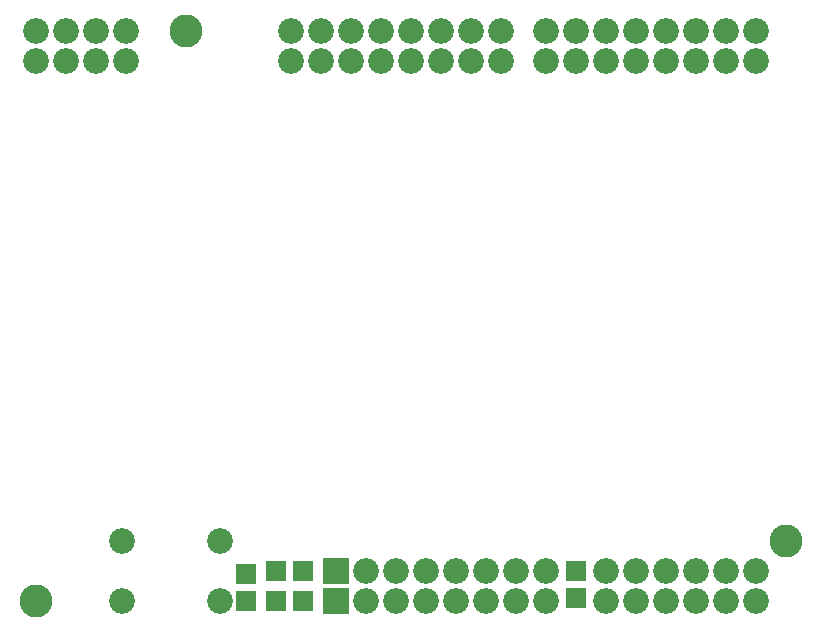
<source format=gbr>
G04 GERBER ASCII OUTPUT FROM: EDWINXP (VER. 1.61 REV. 20080915)*
G04 GERBER FORMAT: RX-274-X*
G04 BOARD: AMICUS - SOLDERBOARD*
G04 ARTWORK OF COMP.MASK POSITIVE*
%ASAXBY*%
%FSLAX23Y23*%
%MIA0B0*%
%MOIN*%
%OFA0.0000B0.0000*%
%SFA1B1*%
%IJA0B0*%
%INLAYER1POS*%
%IOA0B0*%
%IPPOS*%
%IR0*%
G04 APERTURE MACROS*
%AMEDWDONUT*
1,1,$1,$2,$3*
1,0,$4,$2,$3*
%
%AMEDWFRECT*
20,1,$1,$2,$3,$4,$5,$6*
%
%AMEDWORECT*
20,1,$1,$2,$3,$4,$5,$10*
20,1,$1,$4,$5,$6,$7,$10*
20,1,$1,$6,$7,$8,$9,$10*
20,1,$1,$8,$9,$2,$3,$10*
1,1,$1,$2,$3*
1,1,$1,$4,$5*
1,1,$1,$6,$7*
1,1,$1,$8,$9*
%
%AMEDWLINER*
20,1,$1,$2,$3,$4,$5,$6*
1,1,$1,$2,$3*
1,1,$1,$4,$5*
%
%AMEDWFTRNG*
4,1,3,$1,$2,$3,$4,$5,$6,$7,$8,$9*
%
%AMEDWATRNG*
4,1,3,$1,$2,$3,$4,$5,$6,$7,$8,$9*
20,1,$11,$1,$2,$3,$4,$10*
20,1,$11,$3,$4,$5,$6,$10*
20,1,$11,$5,$6,$7,$8,$10*
1,1,$11,$3,$4*
1,1,$11,$5,$6*
1,1,$11,$7,$8*
%
%AMEDWOTRNG*
20,1,$1,$2,$3,$4,$5,$8*
20,1,$1,$4,$5,$6,$7,$8*
20,1,$1,$6,$7,$2,$3,$8*
1,1,$1,$2,$3*
1,1,$1,$4,$5*
1,1,$1,$6,$7*
%
G04*
G04 APERTURE LIST*
%ADD10R,0.0700X0.0650*%
%ADD11R,0.0940X0.0890*%
%ADD12R,0.0600X0.0550*%
%ADD13R,0.0840X0.0790*%
%ADD14R,0.0650X0.0700*%
%ADD15R,0.0890X0.0940*%
%ADD16R,0.0550X0.0600*%
%ADD17R,0.0790X0.0840*%
%ADD18R,0.0860X0.0860*%
%ADD19R,0.1100X0.1100*%
%ADD20R,0.0700X0.0700*%
%ADD21R,0.0940X0.0940*%
%ADD22C,0.00039*%
%ADD24C,0.0010*%
%ADD26C,0.00118*%
%ADD28C,0.0020*%
%ADD29R,0.0020X0.0020*%
%ADD30C,0.0030*%
%ADD31R,0.0030X0.0030*%
%ADD32C,0.0040*%
%ADD33R,0.0040X0.0040*%
%ADD34C,0.00472*%
%ADD36C,0.0050*%
%ADD37R,0.0050X0.0050*%
%ADD38C,0.00512*%
%ADD39R,0.00512X0.00512*%
%ADD40C,0.00551*%
%ADD41R,0.00551X0.00551*%
%ADD42C,0.00591*%
%ADD43R,0.00591X0.00591*%
%ADD44C,0.00659*%
%ADD45R,0.00659X0.00659*%
%ADD46C,0.00787*%
%ADD47R,0.00787X0.00787*%
%ADD48C,0.00799*%
%ADD50C,0.0080*%
%ADD52C,0.00984*%
%ADD53R,0.00984X0.00984*%
%ADD54C,0.0100*%
%ADD56C,0.0120*%
%ADD58C,0.0130*%
%ADD59R,0.0130X0.0130*%
%ADD60C,0.0150*%
%ADD61R,0.0150X0.0150*%
%ADD62C,0.01575*%
%ADD64C,0.0160*%
%ADD66C,0.01969*%
%ADD67R,0.01969X0.01969*%
%ADD68C,0.0200*%
%ADD69R,0.0200X0.0200*%
%ADD70C,0.0240*%
%ADD71R,0.0240X0.0240*%
%ADD72C,0.0250*%
%ADD73R,0.0250X0.0250*%
%ADD74C,0.0290*%
%ADD76C,0.02951*%
%ADD77R,0.02951X0.02951*%
%ADD78C,0.02991*%
%ADD79R,0.02991X0.02991*%
%ADD80C,0.0300*%
%ADD81R,0.0300X0.0300*%
%ADD82C,0.03059*%
%ADD83R,0.03059X0.03059*%
%ADD84C,0.03199*%
%ADD85R,0.03199X0.03199*%
%ADD86C,0.0320*%
%ADD87R,0.0320X0.0320*%
%ADD88C,0.0350*%
%ADD89R,0.0350X0.0350*%
%ADD90C,0.0360*%
%ADD92C,0.0370*%
%ADD93R,0.0370X0.0370*%
%ADD94C,0.0390*%
%ADD95R,0.0390X0.0390*%
%ADD96C,0.03937*%
%ADD97R,0.03937X0.03937*%
%ADD98C,0.03975*%
%ADD99R,0.03975X0.03975*%
%ADD100C,0.0400*%
%ADD101R,0.0400X0.0400*%
%ADD102C,0.04173*%
%ADD103R,0.04173X0.04173*%
%ADD104C,0.0440*%
%ADD105R,0.0440X0.0440*%
%ADD106C,0.0450*%
%ADD107R,0.0450X0.0450*%
%ADD108C,0.0470*%
%ADD109R,0.0470X0.0470*%
%ADD110C,0.04724*%
%ADD111R,0.04724X0.04724*%
%ADD112C,0.0490*%
%ADD113R,0.0490X0.0490*%
%ADD114C,0.0500*%
%ADD115R,0.0500X0.0500*%
%ADD116C,0.05118*%
%ADD117R,0.05118X0.05118*%
%ADD118C,0.0540*%
%ADD119R,0.0540X0.0540*%
%ADD120C,0.0560*%
%ADD121R,0.0560X0.0560*%
%ADD122C,0.0570*%
%ADD123R,0.0570X0.0570*%
%ADD124C,0.0590*%
%ADD125R,0.0590X0.0590*%
%ADD126C,0.05906*%
%ADD127R,0.05906X0.05906*%
%ADD128C,0.0600*%
%ADD129R,0.0600X0.0600*%
%ADD130C,0.0620*%
%ADD132C,0.06201*%
%ADD134C,0.06337*%
%ADD135R,0.06337X0.06337*%
%ADD136C,0.0640*%
%ADD137R,0.0640X0.0640*%
%ADD138C,0.0650*%
%ADD139R,0.0650X0.0650*%
%ADD140C,0.06693*%
%ADD141R,0.06693X0.06693*%
%ADD142C,0.0690*%
%ADD143R,0.0690X0.0690*%
%ADD144C,0.06906*%
%ADD145R,0.06906X0.06906*%
%ADD146C,0.0700*%
%ADD147R,0.0700X0.0700*%
%ADD148C,0.0710*%
%ADD149R,0.0710X0.0710*%
%ADD150C,0.07124*%
%ADD151R,0.07124X0.07124*%
%ADD152C,0.0740*%
%ADD153R,0.0740X0.0740*%
%ADD154C,0.0750*%
%ADD155R,0.0750X0.0750*%
%ADD156C,0.07598*%
%ADD158C,0.0760*%
%ADD160C,0.07874*%
%ADD162C,0.0800*%
%ADD163R,0.0800X0.0800*%
%ADD164C,0.0810*%
%ADD165R,0.0810X0.0810*%
%ADD166C,0.08306*%
%ADD167R,0.08306X0.08306*%
%ADD168C,0.0840*%
%ADD169R,0.0840X0.0840*%
%ADD170C,0.08598*%
%ADD172C,0.0860*%
%ADD173R,0.0860X0.0860*%
%ADD174C,0.08601*%
%ADD176C,0.0870*%
%ADD177R,0.0870X0.0870*%
%ADD178C,0.0890*%
%ADD179R,0.0890X0.0890*%
%ADD180C,0.0900*%
%ADD181R,0.0900X0.0900*%
%ADD182C,0.09093*%
%ADD183R,0.09093X0.09093*%
%ADD184C,0.0940*%
%ADD185R,0.0940X0.0940*%
%ADD186C,0.0970*%
%ADD187R,0.0970X0.0970*%
%ADD188C,0.09843*%
%ADD189R,0.09843X0.09843*%
%ADD190C,0.0990*%
%ADD191R,0.0990X0.0990*%
%ADD192C,0.09998*%
%ADD194C,0.1000*%
%ADD195R,0.1000X0.1000*%
%ADD196C,0.10274*%
%ADD198C,0.1040*%
%ADD199R,0.1040X0.1040*%
%ADD200C,0.10998*%
%ADD202C,0.1100*%
%ADD203R,0.1100X0.1100*%
%ADD204C,0.1110*%
%ADD205R,0.1110X0.1110*%
%ADD206C,0.1120*%
%ADD207R,0.1120X0.1120*%
%ADD208C,0.1140*%
%ADD209R,0.1140X0.1140*%
%ADD210C,0.1150*%
%ADD211R,0.1150X0.1150*%
%ADD212C,0.1200*%
%ADD213R,0.1200X0.1200*%
%ADD214C,0.1210*%
%ADD215R,0.1210X0.1210*%
%ADD216C,0.1240*%
%ADD217R,0.1240X0.1240*%
%ADD218C,0.1250*%
%ADD219R,0.1250X0.1250*%
%ADD220C,0.12992*%
%ADD221R,0.12992X0.12992*%
%ADD222C,0.1300*%
%ADD223R,0.1300X0.1300*%
%ADD224C,0.1340*%
%ADD225R,0.1340X0.1340*%
%ADD226C,0.1390*%
%ADD227R,0.1390X0.1390*%
%ADD228C,0.1420*%
%ADD229R,0.1420X0.1420*%
%ADD230C,0.1440*%
%ADD231R,0.1440X0.1440*%
%ADD232C,0.1490*%
%ADD233R,0.1490X0.1490*%
%ADD234C,0.1520*%
%ADD235R,0.1520X0.1520*%
%ADD236C,0.15374*%
%ADD237R,0.15374X0.15374*%
%ADD238C,0.1540*%
%ADD239R,0.1540X0.1540*%
%ADD240C,0.1660*%
%ADD241R,0.1660X0.1660*%
%ADD242C,0.17323*%
%ADD244C,0.1760*%
%ADD245R,0.1760X0.1760*%
%ADD246C,0.17774*%
%ADD247R,0.17774X0.17774*%
%ADD248C,0.18504*%
%ADD250C,0.18898*%
%ADD252C,0.20904*%
%ADD254C,0.2126*%
%ADD256C,0.21298*%
%ADD258C,0.22835*%
%ADD261R,0.23622X0.23622*%
%ADD263R,0.24937X0.24937*%
%ADD265R,0.26022X0.26022*%
%ADD267R,0.27337X0.27337*%
%ADD269R,0.31496X0.31496*%
%ADD271R,0.32811X0.32811*%
%ADD273R,0.33896X0.33896*%
%ADD275R,0.35211X0.35211*%
%ADD276C,0.45211*%
%ADD277R,0.45211X0.45211*%
%ADD278C,0.55211*%
%ADD279R,0.55211X0.55211*%
%ADD280C,0.65211*%
%ADD281R,0.65211X0.65211*%
%ADD282C,0.75211*%
%ADD283R,0.75211X0.75211*%
%ADD284C,0.85211*%
%ADD285R,0.85211X0.85211*%
%ADD286C,0.95211*%
%ADD287R,0.95211X0.95211*%
%ADD288C,1.05211*%
%ADD289R,1.05211X1.05211*%
%ADD290C,1.15211*%
%ADD291R,1.15211X1.15211*%
%ADD292C,1.25211*%
%ADD293R,1.25211X1.25211*%
%ADD294C,1.35211*%
%ADD295R,1.35211X1.35211*%
%ADD296C,1.45211*%
%ADD297R,1.45211X1.45211*%
%ADD298C,1.55211*%
%ADD299R,1.55211X1.55211*%
%ADD300C,1.65211*%
%ADD301R,1.65211X1.65211*%
%ADD302C,1.75211*%
%ADD303R,1.75211X1.75211*%
%ADD304C,1.85211*%
%ADD305R,1.85211X1.85211*%
%ADD306C,1.95211*%
%ADD307R,1.95211X1.95211*%
G04*
D172*
X1300Y200D02*D03*
X1400Y200D02*D03*
X1500Y200D02*D03*
X1600Y200D02*D03*
X1700Y200D02*D03*
X1800Y200D02*D03*
X1800Y1900D02*D03*
X1900Y1900D02*D03*
X2000Y1900D02*D03*
X2100Y1900D02*D03*
X2200Y1900D02*D03*
X2300Y1900D02*D03*
X2400Y1900D02*D03*
X2500Y1900D02*D03*
X950Y1900D02*D03*
X1050Y1900D02*D03*
X1150Y1900D02*D03*
X1250Y1900D02*D03*
X1350Y1900D02*D03*
X1450Y1900D02*D03*
X1550Y1900D02*D03*
X1650Y1900D02*D03*
X2000Y200D02*D03*
X2100Y200D02*D03*
X2200Y200D02*D03*
X2300Y200D02*D03*
X2400Y200D02*D03*
X2500Y200D02*D03*
X2000Y100D02*D03*
X2100Y100D02*D03*
X2200Y100D02*D03*
X2300Y100D02*D03*
X2400Y100D02*D03*
X2500Y100D02*D03*
X950Y2000D02*D03*
X1050Y2000D02*D03*
X1150Y2000D02*D03*
X1250Y2000D02*D03*
X1350Y2000D02*D03*
X1450Y2000D02*D03*
X1550Y2000D02*D03*
X1650Y2000D02*D03*
X1300Y100D02*D03*
X1400Y100D02*D03*
X1500Y100D02*D03*
X1600Y100D02*D03*
X1700Y100D02*D03*
X1800Y100D02*D03*
X1800Y2000D02*D03*
X1900Y2000D02*D03*
X2000Y2000D02*D03*
X2100Y2000D02*D03*
X2200Y2000D02*D03*
X2300Y2000D02*D03*
X2400Y2000D02*D03*
X2500Y2000D02*D03*
D10* 
X900Y100D02*D03*
X990Y100D02*D03*
D14* 
X800Y190D02*D03*
X800Y100D02*D03*
D170*
X712Y100D02*D03*
X712Y300D02*D03*
X388Y300D02*D03*
X388Y100D02*D03*
D10* 
X990Y200D02*D03*
X900Y200D02*D03*
D14* 
X1900Y110D02*D03*
X1900Y200D02*D03*
D172*
X100Y2000D02*D03*
X200Y2000D02*D03*
X300Y2000D02*D03*
X400Y2000D02*D03*
D202*
X600Y2000D02*D03*
X100Y100D02*D03*
D18* 
X1100Y100D02*D03*
D172*
X1200Y100D02*D03*
D18* 
X1100Y200D02*D03*
D172*
X1200Y200D02*D03*
D202*
X2600Y300D02*D03*
D172*
X100Y1900D02*D03*
X200Y1900D02*D03*
X300Y1900D02*D03*
X400Y1900D02*D03*
M02*

</source>
